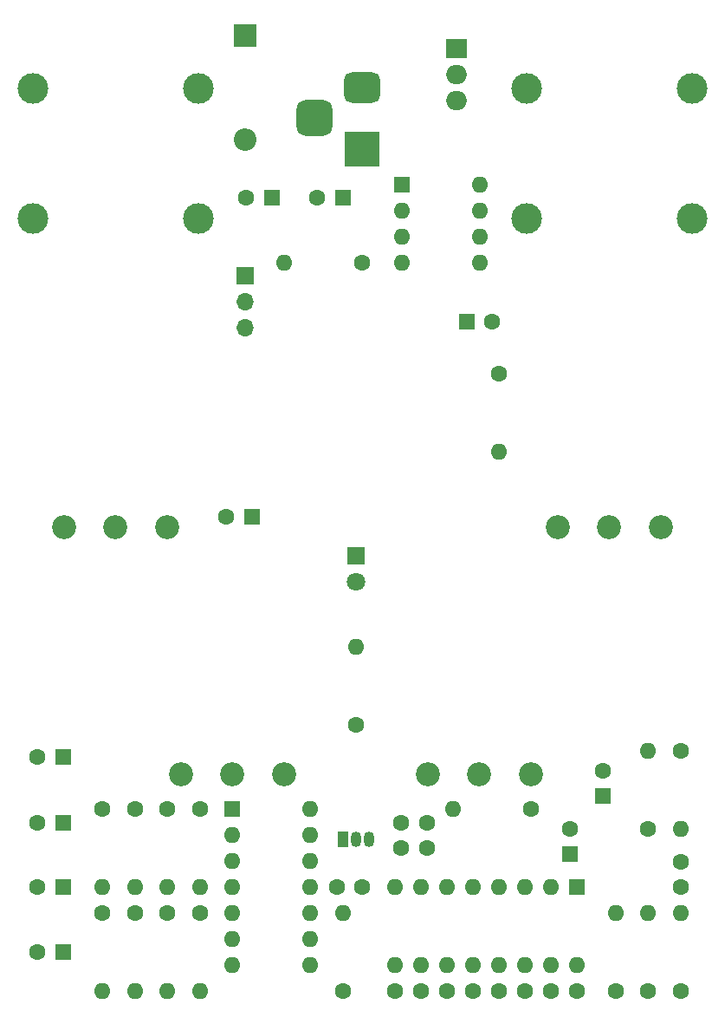
<source format=gbr>
%TF.GenerationSoftware,KiCad,Pcbnew,7.0.2*%
%TF.CreationDate,2024-03-15T13:05:12+09:00*%
%TF.ProjectId,Fading_Memories,46616469-6e67-45f4-9d65-6d6f72696573,rev?*%
%TF.SameCoordinates,Original*%
%TF.FileFunction,Soldermask,Top*%
%TF.FilePolarity,Negative*%
%FSLAX46Y46*%
G04 Gerber Fmt 4.6, Leading zero omitted, Abs format (unit mm)*
G04 Created by KiCad (PCBNEW 7.0.2) date 2024-03-15 13:05:12*
%MOMM*%
%LPD*%
G01*
G04 APERTURE LIST*
G04 Aperture macros list*
%AMRoundRect*
0 Rectangle with rounded corners*
0 $1 Rounding radius*
0 $2 $3 $4 $5 $6 $7 $8 $9 X,Y pos of 4 corners*
0 Add a 4 corners polygon primitive as box body*
4,1,4,$2,$3,$4,$5,$6,$7,$8,$9,$2,$3,0*
0 Add four circle primitives for the rounded corners*
1,1,$1+$1,$2,$3*
1,1,$1+$1,$4,$5*
1,1,$1+$1,$6,$7*
1,1,$1+$1,$8,$9*
0 Add four rect primitives between the rounded corners*
20,1,$1+$1,$2,$3,$4,$5,0*
20,1,$1+$1,$4,$5,$6,$7,0*
20,1,$1+$1,$6,$7,$8,$9,0*
20,1,$1+$1,$8,$9,$2,$3,0*%
G04 Aperture macros list end*
%ADD10R,1.800000X1.800000*%
%ADD11C,1.800000*%
%ADD12C,1.600000*%
%ADD13O,1.600000X1.600000*%
%ADD14C,3.000000*%
%ADD15R,1.600000X1.600000*%
%ADD16C,2.340000*%
%ADD17R,1.050000X1.500000*%
%ADD18O,1.050000X1.500000*%
%ADD19R,2.000000X1.905000*%
%ADD20O,2.000000X1.905000*%
%ADD21R,2.200000X2.200000*%
%ADD22O,2.200000X2.200000*%
%ADD23R,3.500000X3.500000*%
%ADD24RoundRect,0.750000X-1.000000X0.750000X-1.000000X-0.750000X1.000000X-0.750000X1.000000X0.750000X0*%
%ADD25RoundRect,0.875000X-0.875000X0.875000X-0.875000X-0.875000X0.875000X-0.875000X0.875000X0.875000X0*%
%ADD26R,1.700000X1.700000*%
%ADD27O,1.700000X1.700000*%
G04 APERTURE END LIST*
D10*
%TO.C,D2*%
X182245000Y-86355000D03*
D11*
X182245000Y-88895000D03*
%TD*%
D12*
%TO.C,R22*%
X182245000Y-102870000D03*
D13*
X182245000Y-95250000D03*
%TD*%
D14*
%TO.C,J2*%
X198895000Y-40725000D03*
X215125000Y-40725000D03*
X198895000Y-53425000D03*
X215125000Y-53425000D03*
%TD*%
%TO.C,J1*%
X150635000Y-40725000D03*
X166865000Y-40725000D03*
X150635000Y-53425000D03*
X166865000Y-53425000D03*
%TD*%
D15*
%TO.C,U2*%
X203835000Y-118745000D03*
D13*
X201295000Y-118745000D03*
X198755000Y-118745000D03*
X196215000Y-118745000D03*
X193675000Y-118745000D03*
X191135000Y-118745000D03*
X188595000Y-118745000D03*
X186055000Y-118745000D03*
X186055000Y-126365000D03*
X188595000Y-126365000D03*
X191135000Y-126365000D03*
X193675000Y-126365000D03*
X196215000Y-126365000D03*
X198755000Y-126365000D03*
X201295000Y-126365000D03*
X203835000Y-126365000D03*
%TD*%
D15*
%TO.C,C4*%
X153620000Y-125095000D03*
D12*
X151120000Y-125095000D03*
%TD*%
D15*
%TO.C,C3*%
X153620000Y-118745000D03*
D12*
X151120000Y-118745000D03*
%TD*%
%TO.C,C10*%
X188575000Y-128905000D03*
X186075000Y-128905000D03*
%TD*%
%TO.C,R20*%
X196215000Y-68580000D03*
D13*
X196215000Y-76200000D03*
%TD*%
D12*
%TO.C,C12*%
X198735000Y-128905000D03*
X196235000Y-128905000D03*
%TD*%
%TO.C,R8*%
X157480000Y-121285000D03*
D13*
X157480000Y-128905000D03*
%TD*%
D12*
%TO.C,R19*%
X213995000Y-105410000D03*
D13*
X213995000Y-113030000D03*
%TD*%
D12*
%TO.C,C5*%
X182860000Y-118725000D03*
X180360000Y-118725000D03*
%TD*%
%TO.C,C7*%
X189230000Y-114915000D03*
X189230000Y-112415000D03*
%TD*%
D15*
%TO.C,C18*%
X174030000Y-51435000D03*
D12*
X171530000Y-51435000D03*
%TD*%
%TO.C,R21*%
X182880000Y-57785000D03*
D13*
X175260000Y-57785000D03*
%TD*%
D16*
%TO.C,R5*%
X175180000Y-107690000D03*
X170180000Y-107690000D03*
X165180000Y-107690000D03*
%TD*%
D12*
%TO.C,R6*%
X163830000Y-121285000D03*
D13*
X163830000Y-128905000D03*
%TD*%
D17*
%TO.C,Q1*%
X180975000Y-114025000D03*
D18*
X182245000Y-114025000D03*
X183515000Y-114025000D03*
%TD*%
D12*
%TO.C,R7*%
X160655000Y-121285000D03*
D13*
X160655000Y-128905000D03*
%TD*%
D16*
%TO.C,R12*%
X199310000Y-107690000D03*
X194310000Y-107690000D03*
X189310000Y-107690000D03*
%TD*%
D12*
%TO.C,C13*%
X201315000Y-128905000D03*
X203815000Y-128905000D03*
%TD*%
D15*
%TO.C,C8*%
X203200000Y-115505113D03*
D12*
X203200000Y-113005113D03*
%TD*%
%TO.C,R4*%
X167005000Y-111125000D03*
D13*
X167005000Y-118745000D03*
%TD*%
D15*
%TO.C,U1*%
X170180000Y-111125000D03*
D13*
X170180000Y-113665000D03*
X170180000Y-116205000D03*
X170180000Y-118745000D03*
X170180000Y-121285000D03*
X170180000Y-123825000D03*
X170180000Y-126365000D03*
X177800000Y-126365000D03*
X177800000Y-123825000D03*
X177800000Y-121285000D03*
X177800000Y-118745000D03*
X177800000Y-116205000D03*
X177800000Y-113665000D03*
X177800000Y-111125000D03*
%TD*%
D12*
%TO.C,R11*%
X199390000Y-111125000D03*
D13*
X191770000Y-111125000D03*
%TD*%
D12*
%TO.C,C6*%
X186690000Y-114915000D03*
X186690000Y-112415000D03*
%TD*%
%TO.C,R18*%
X210820000Y-113030000D03*
D13*
X210820000Y-105410000D03*
%TD*%
D12*
%TO.C,C14*%
X213995000Y-118725000D03*
X213995000Y-116225000D03*
%TD*%
D19*
%TO.C,U4*%
X192095000Y-36830000D03*
D20*
X192095000Y-39370000D03*
X192095000Y-41910000D03*
%TD*%
D12*
%TO.C,R2*%
X160655000Y-111125000D03*
D13*
X160655000Y-118745000D03*
%TD*%
D12*
%TO.C,R14*%
X210820000Y-128905000D03*
D13*
X210820000Y-121285000D03*
%TD*%
D15*
%TO.C,C2*%
X153620000Y-112435000D03*
D12*
X151120000Y-112435000D03*
%TD*%
%TO.C,R13*%
X207645000Y-128905000D03*
D13*
X207645000Y-121285000D03*
%TD*%
D15*
%TO.C,U3*%
X186700000Y-50165000D03*
D13*
X186700000Y-52705000D03*
X186700000Y-55245000D03*
X186700000Y-57785000D03*
X194320000Y-57785000D03*
X194320000Y-55245000D03*
X194320000Y-52705000D03*
X194320000Y-50165000D03*
%TD*%
D12*
%TO.C,R1*%
X157480000Y-111125000D03*
D13*
X157480000Y-118745000D03*
%TD*%
D12*
%TO.C,R15*%
X213995000Y-128905000D03*
D13*
X213995000Y-121285000D03*
%TD*%
D15*
%TO.C,C17*%
X180975000Y-51435000D03*
D12*
X178475000Y-51435000D03*
%TD*%
%TO.C,R10*%
X180975000Y-128905000D03*
D13*
X180975000Y-121285000D03*
%TD*%
D15*
%TO.C,C16*%
X193080000Y-63500000D03*
D12*
X195580000Y-63500000D03*
%TD*%
D15*
%TO.C,C15*%
X172045000Y-82550000D03*
D12*
X169545000Y-82550000D03*
%TD*%
%TO.C,R9*%
X167005000Y-121285000D03*
D13*
X167005000Y-128905000D03*
%TD*%
D16*
%TO.C,R16*%
X163750000Y-83560000D03*
X158750000Y-83560000D03*
X153750000Y-83560000D03*
%TD*%
D12*
%TO.C,R3*%
X163830000Y-111125000D03*
D13*
X163830000Y-118745000D03*
%TD*%
D21*
%TO.C,D1*%
X171450000Y-35560000D03*
D22*
X171450000Y-45720000D03*
%TD*%
D12*
%TO.C,C11*%
X193655000Y-128905000D03*
X191155000Y-128905000D03*
%TD*%
D16*
%TO.C,R17*%
X212010000Y-83560000D03*
X207010000Y-83560000D03*
X202010000Y-83560000D03*
%TD*%
D15*
%TO.C,C9*%
X206375000Y-109855000D03*
D12*
X206375000Y-107355000D03*
%TD*%
D23*
%TO.C,J3*%
X182880000Y-46640000D03*
D24*
X182880000Y-40640000D03*
D25*
X178180000Y-43640000D03*
%TD*%
D26*
%TO.C,SW1*%
X171450000Y-59055000D03*
D27*
X171450000Y-61595000D03*
X171450000Y-64135000D03*
%TD*%
D15*
%TO.C,C1*%
X153620000Y-106045000D03*
D12*
X151120000Y-106045000D03*
%TD*%
M02*

</source>
